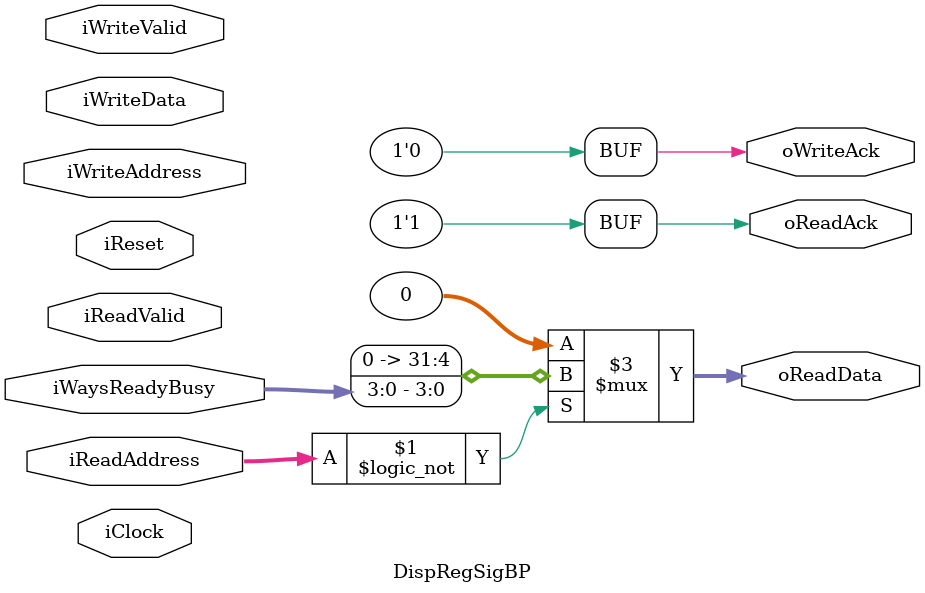
<source format=v>


//////////////////////////////////////////////////////////////////////////////////
// Revision History:
//
// * v1.0.0
//   - first draft
//////////////////////////////////////////////////////////////////////////////////
`timescale 1ns / 1ps

module DispRegSigBP
#
(
    parameter NumberOfWays          = 4
)
(
    iClock          ,
    iReset          ,
    iWriteAddress   ,
    iWriteData      ,
    iWriteValid     ,
    oWriteAck       ,
    iReadAddress    ,
    oReadData       ,
    iReadValid      ,
    oReadAck        ,
    iWaysReadyBusy
);
    input                           iClock          ;
    input                           iReset          ;
    input   [31:0]                  iWriteAddress   ;
    input   [31:0]                  iWriteData      ;
    input                           iWriteValid     ;
    output                          oWriteAck       ;
    input   [31:0]                  iReadAddress    ;
    output  [31:0]                  oReadData       ;
    input                           iReadValid      ;
    output                          oReadAck        ;
    input   [NumberOfWays - 1:0]    iWaysReadyBusy  ;
    
    assign oWriteAck        = 1'b0;
    assign oReadData        = (iReadAddress == 32'b0)?iWaysReadyBusy:32'b0;
    assign oReadAck         = 1'b1;

endmodule

</source>
